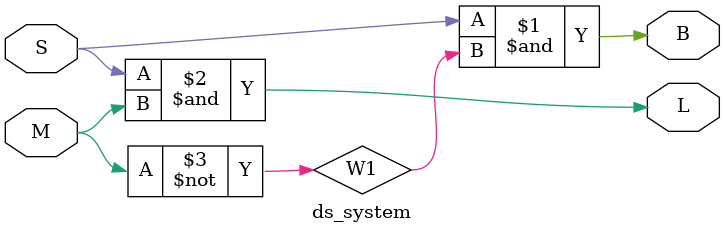
<source format=v>
`timescale 1ns / 1ps

module ds_system(B, L, S, M);

	input S, M;
	output B, L;
	
	wire W1;
	
	not NOT_1(W1, M);
	and AND_1(B, S, W1);
	and AND_2(L, S, M);

endmodule

</source>
